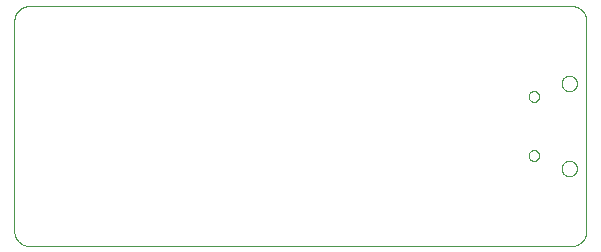
<source format=gbp>
G75*
%MOIN*%
%OFA0B0*%
%FSLAX25Y25*%
%IPPOS*%
%LPD*%
%AMOC8*
5,1,8,0,0,1.08239X$1,22.5*
%
%ADD10C,0.00000*%
D10*
X0010800Y0005800D02*
X0191501Y0005800D01*
X0191641Y0005802D01*
X0191781Y0005808D01*
X0191921Y0005818D01*
X0192061Y0005831D01*
X0192200Y0005849D01*
X0192339Y0005871D01*
X0192476Y0005896D01*
X0192614Y0005925D01*
X0192750Y0005958D01*
X0192885Y0005995D01*
X0193019Y0006036D01*
X0193152Y0006081D01*
X0193284Y0006129D01*
X0193414Y0006181D01*
X0193543Y0006236D01*
X0193670Y0006295D01*
X0193796Y0006358D01*
X0193920Y0006424D01*
X0194041Y0006493D01*
X0194161Y0006566D01*
X0194279Y0006643D01*
X0194394Y0006722D01*
X0194508Y0006805D01*
X0194618Y0006891D01*
X0194727Y0006980D01*
X0194833Y0007072D01*
X0194936Y0007167D01*
X0195037Y0007264D01*
X0195134Y0007365D01*
X0195229Y0007468D01*
X0195321Y0007574D01*
X0195410Y0007683D01*
X0195496Y0007793D01*
X0195579Y0007907D01*
X0195658Y0008022D01*
X0195735Y0008140D01*
X0195808Y0008260D01*
X0195877Y0008381D01*
X0195943Y0008505D01*
X0196006Y0008631D01*
X0196065Y0008758D01*
X0196120Y0008887D01*
X0196172Y0009017D01*
X0196220Y0009149D01*
X0196265Y0009282D01*
X0196306Y0009416D01*
X0196343Y0009551D01*
X0196376Y0009687D01*
X0196405Y0009825D01*
X0196430Y0009962D01*
X0196452Y0010101D01*
X0196470Y0010240D01*
X0196483Y0010380D01*
X0196493Y0010520D01*
X0196499Y0010660D01*
X0196501Y0010800D01*
X0196501Y0080761D01*
X0196499Y0080901D01*
X0196493Y0081041D01*
X0196483Y0081181D01*
X0196470Y0081321D01*
X0196452Y0081460D01*
X0196430Y0081599D01*
X0196405Y0081736D01*
X0196376Y0081874D01*
X0196343Y0082010D01*
X0196306Y0082145D01*
X0196265Y0082279D01*
X0196220Y0082412D01*
X0196172Y0082544D01*
X0196120Y0082674D01*
X0196065Y0082803D01*
X0196006Y0082930D01*
X0195943Y0083056D01*
X0195877Y0083180D01*
X0195808Y0083301D01*
X0195735Y0083421D01*
X0195658Y0083539D01*
X0195579Y0083654D01*
X0195496Y0083768D01*
X0195410Y0083878D01*
X0195321Y0083987D01*
X0195229Y0084093D01*
X0195134Y0084196D01*
X0195037Y0084297D01*
X0194936Y0084394D01*
X0194833Y0084489D01*
X0194727Y0084581D01*
X0194618Y0084670D01*
X0194508Y0084756D01*
X0194394Y0084839D01*
X0194279Y0084918D01*
X0194161Y0084995D01*
X0194041Y0085068D01*
X0193920Y0085137D01*
X0193796Y0085203D01*
X0193670Y0085266D01*
X0193543Y0085325D01*
X0193414Y0085380D01*
X0193284Y0085432D01*
X0193152Y0085480D01*
X0193019Y0085525D01*
X0192885Y0085566D01*
X0192750Y0085603D01*
X0192614Y0085636D01*
X0192476Y0085665D01*
X0192339Y0085690D01*
X0192200Y0085712D01*
X0192061Y0085730D01*
X0191921Y0085743D01*
X0191781Y0085753D01*
X0191641Y0085759D01*
X0191501Y0085761D01*
X0010800Y0085761D01*
X0010660Y0085759D01*
X0010520Y0085753D01*
X0010380Y0085743D01*
X0010240Y0085730D01*
X0010101Y0085712D01*
X0009962Y0085690D01*
X0009825Y0085665D01*
X0009687Y0085636D01*
X0009551Y0085603D01*
X0009416Y0085566D01*
X0009282Y0085525D01*
X0009149Y0085480D01*
X0009017Y0085432D01*
X0008887Y0085380D01*
X0008758Y0085325D01*
X0008631Y0085266D01*
X0008505Y0085203D01*
X0008381Y0085137D01*
X0008260Y0085068D01*
X0008140Y0084995D01*
X0008022Y0084918D01*
X0007907Y0084839D01*
X0007793Y0084756D01*
X0007683Y0084670D01*
X0007574Y0084581D01*
X0007468Y0084489D01*
X0007365Y0084394D01*
X0007264Y0084297D01*
X0007167Y0084196D01*
X0007072Y0084093D01*
X0006980Y0083987D01*
X0006891Y0083878D01*
X0006805Y0083768D01*
X0006722Y0083654D01*
X0006643Y0083539D01*
X0006566Y0083421D01*
X0006493Y0083301D01*
X0006424Y0083180D01*
X0006358Y0083056D01*
X0006295Y0082930D01*
X0006236Y0082803D01*
X0006181Y0082674D01*
X0006129Y0082544D01*
X0006081Y0082412D01*
X0006036Y0082279D01*
X0005995Y0082145D01*
X0005958Y0082010D01*
X0005925Y0081874D01*
X0005896Y0081736D01*
X0005871Y0081599D01*
X0005849Y0081460D01*
X0005831Y0081321D01*
X0005818Y0081181D01*
X0005808Y0081041D01*
X0005802Y0080901D01*
X0005800Y0080761D01*
X0005800Y0010800D01*
X0005802Y0010660D01*
X0005808Y0010520D01*
X0005818Y0010380D01*
X0005831Y0010240D01*
X0005849Y0010101D01*
X0005871Y0009962D01*
X0005896Y0009825D01*
X0005925Y0009687D01*
X0005958Y0009551D01*
X0005995Y0009416D01*
X0006036Y0009282D01*
X0006081Y0009149D01*
X0006129Y0009017D01*
X0006181Y0008887D01*
X0006236Y0008758D01*
X0006295Y0008631D01*
X0006358Y0008505D01*
X0006424Y0008381D01*
X0006493Y0008260D01*
X0006566Y0008140D01*
X0006643Y0008022D01*
X0006722Y0007907D01*
X0006805Y0007793D01*
X0006891Y0007683D01*
X0006980Y0007574D01*
X0007072Y0007468D01*
X0007167Y0007365D01*
X0007264Y0007264D01*
X0007365Y0007167D01*
X0007468Y0007072D01*
X0007574Y0006980D01*
X0007683Y0006891D01*
X0007793Y0006805D01*
X0007907Y0006722D01*
X0008022Y0006643D01*
X0008140Y0006566D01*
X0008260Y0006493D01*
X0008381Y0006424D01*
X0008505Y0006358D01*
X0008631Y0006295D01*
X0008758Y0006236D01*
X0008887Y0006181D01*
X0009017Y0006129D01*
X0009149Y0006081D01*
X0009282Y0006036D01*
X0009416Y0005995D01*
X0009551Y0005958D01*
X0009687Y0005925D01*
X0009825Y0005896D01*
X0009962Y0005871D01*
X0010101Y0005849D01*
X0010240Y0005831D01*
X0010380Y0005818D01*
X0010520Y0005808D01*
X0010660Y0005802D01*
X0010800Y0005800D01*
X0177217Y0035957D02*
X0177219Y0036041D01*
X0177225Y0036124D01*
X0177235Y0036207D01*
X0177249Y0036290D01*
X0177266Y0036372D01*
X0177288Y0036453D01*
X0177313Y0036532D01*
X0177342Y0036611D01*
X0177375Y0036688D01*
X0177411Y0036763D01*
X0177451Y0036837D01*
X0177494Y0036909D01*
X0177541Y0036978D01*
X0177591Y0037045D01*
X0177644Y0037110D01*
X0177700Y0037172D01*
X0177758Y0037232D01*
X0177820Y0037289D01*
X0177884Y0037342D01*
X0177951Y0037393D01*
X0178020Y0037440D01*
X0178091Y0037485D01*
X0178164Y0037525D01*
X0178239Y0037562D01*
X0178316Y0037596D01*
X0178394Y0037626D01*
X0178473Y0037652D01*
X0178554Y0037675D01*
X0178636Y0037693D01*
X0178718Y0037708D01*
X0178801Y0037719D01*
X0178884Y0037726D01*
X0178968Y0037729D01*
X0179052Y0037728D01*
X0179135Y0037723D01*
X0179219Y0037714D01*
X0179301Y0037701D01*
X0179383Y0037685D01*
X0179464Y0037664D01*
X0179545Y0037640D01*
X0179623Y0037612D01*
X0179701Y0037580D01*
X0179777Y0037544D01*
X0179851Y0037505D01*
X0179923Y0037463D01*
X0179993Y0037417D01*
X0180061Y0037368D01*
X0180126Y0037316D01*
X0180189Y0037261D01*
X0180249Y0037203D01*
X0180307Y0037142D01*
X0180361Y0037078D01*
X0180413Y0037012D01*
X0180461Y0036944D01*
X0180506Y0036873D01*
X0180547Y0036800D01*
X0180586Y0036726D01*
X0180620Y0036650D01*
X0180651Y0036572D01*
X0180678Y0036493D01*
X0180702Y0036412D01*
X0180721Y0036331D01*
X0180737Y0036249D01*
X0180749Y0036166D01*
X0180757Y0036082D01*
X0180761Y0035999D01*
X0180761Y0035915D01*
X0180757Y0035832D01*
X0180749Y0035748D01*
X0180737Y0035665D01*
X0180721Y0035583D01*
X0180702Y0035502D01*
X0180678Y0035421D01*
X0180651Y0035342D01*
X0180620Y0035264D01*
X0180586Y0035188D01*
X0180547Y0035114D01*
X0180506Y0035041D01*
X0180461Y0034970D01*
X0180413Y0034902D01*
X0180361Y0034836D01*
X0180307Y0034772D01*
X0180249Y0034711D01*
X0180189Y0034653D01*
X0180126Y0034598D01*
X0180061Y0034546D01*
X0179993Y0034497D01*
X0179923Y0034451D01*
X0179851Y0034409D01*
X0179777Y0034370D01*
X0179701Y0034334D01*
X0179623Y0034302D01*
X0179545Y0034274D01*
X0179464Y0034250D01*
X0179383Y0034229D01*
X0179301Y0034213D01*
X0179219Y0034200D01*
X0179135Y0034191D01*
X0179052Y0034186D01*
X0178968Y0034185D01*
X0178884Y0034188D01*
X0178801Y0034195D01*
X0178718Y0034206D01*
X0178636Y0034221D01*
X0178554Y0034239D01*
X0178473Y0034262D01*
X0178394Y0034288D01*
X0178316Y0034318D01*
X0178239Y0034352D01*
X0178164Y0034389D01*
X0178091Y0034429D01*
X0178020Y0034474D01*
X0177951Y0034521D01*
X0177884Y0034572D01*
X0177820Y0034625D01*
X0177758Y0034682D01*
X0177700Y0034742D01*
X0177644Y0034804D01*
X0177591Y0034869D01*
X0177541Y0034936D01*
X0177494Y0035005D01*
X0177451Y0035077D01*
X0177411Y0035151D01*
X0177375Y0035226D01*
X0177342Y0035303D01*
X0177313Y0035382D01*
X0177288Y0035461D01*
X0177266Y0035542D01*
X0177249Y0035624D01*
X0177235Y0035707D01*
X0177225Y0035790D01*
X0177219Y0035873D01*
X0177217Y0035957D01*
X0188241Y0031627D02*
X0188243Y0031728D01*
X0188249Y0031829D01*
X0188259Y0031930D01*
X0188273Y0032030D01*
X0188291Y0032129D01*
X0188313Y0032228D01*
X0188338Y0032326D01*
X0188368Y0032423D01*
X0188401Y0032518D01*
X0188438Y0032612D01*
X0188479Y0032705D01*
X0188523Y0032796D01*
X0188571Y0032885D01*
X0188623Y0032972D01*
X0188678Y0033057D01*
X0188736Y0033139D01*
X0188797Y0033220D01*
X0188862Y0033298D01*
X0188929Y0033373D01*
X0188999Y0033445D01*
X0189073Y0033515D01*
X0189149Y0033582D01*
X0189227Y0033646D01*
X0189308Y0033706D01*
X0189391Y0033763D01*
X0189477Y0033817D01*
X0189565Y0033868D01*
X0189654Y0033915D01*
X0189745Y0033959D01*
X0189838Y0033998D01*
X0189933Y0034035D01*
X0190028Y0034067D01*
X0190125Y0034096D01*
X0190224Y0034120D01*
X0190322Y0034141D01*
X0190422Y0034158D01*
X0190522Y0034171D01*
X0190623Y0034180D01*
X0190724Y0034185D01*
X0190825Y0034186D01*
X0190926Y0034183D01*
X0191027Y0034176D01*
X0191128Y0034165D01*
X0191228Y0034150D01*
X0191327Y0034131D01*
X0191426Y0034108D01*
X0191523Y0034082D01*
X0191620Y0034051D01*
X0191715Y0034017D01*
X0191808Y0033979D01*
X0191901Y0033937D01*
X0191991Y0033892D01*
X0192080Y0033843D01*
X0192166Y0033791D01*
X0192250Y0033735D01*
X0192333Y0033676D01*
X0192412Y0033614D01*
X0192490Y0033549D01*
X0192564Y0033481D01*
X0192636Y0033409D01*
X0192705Y0033336D01*
X0192771Y0033259D01*
X0192834Y0033180D01*
X0192894Y0033098D01*
X0192950Y0033014D01*
X0193003Y0032928D01*
X0193053Y0032840D01*
X0193099Y0032750D01*
X0193142Y0032659D01*
X0193181Y0032565D01*
X0193216Y0032470D01*
X0193247Y0032374D01*
X0193275Y0032277D01*
X0193299Y0032179D01*
X0193319Y0032080D01*
X0193335Y0031980D01*
X0193347Y0031879D01*
X0193355Y0031779D01*
X0193359Y0031678D01*
X0193359Y0031576D01*
X0193355Y0031475D01*
X0193347Y0031375D01*
X0193335Y0031274D01*
X0193319Y0031174D01*
X0193299Y0031075D01*
X0193275Y0030977D01*
X0193247Y0030880D01*
X0193216Y0030784D01*
X0193181Y0030689D01*
X0193142Y0030595D01*
X0193099Y0030504D01*
X0193053Y0030414D01*
X0193003Y0030326D01*
X0192950Y0030240D01*
X0192894Y0030156D01*
X0192834Y0030074D01*
X0192771Y0029995D01*
X0192705Y0029918D01*
X0192636Y0029845D01*
X0192564Y0029773D01*
X0192490Y0029705D01*
X0192412Y0029640D01*
X0192333Y0029578D01*
X0192250Y0029519D01*
X0192166Y0029463D01*
X0192079Y0029411D01*
X0191991Y0029362D01*
X0191901Y0029317D01*
X0191808Y0029275D01*
X0191715Y0029237D01*
X0191620Y0029203D01*
X0191523Y0029172D01*
X0191426Y0029146D01*
X0191327Y0029123D01*
X0191228Y0029104D01*
X0191128Y0029089D01*
X0191027Y0029078D01*
X0190926Y0029071D01*
X0190825Y0029068D01*
X0190724Y0029069D01*
X0190623Y0029074D01*
X0190522Y0029083D01*
X0190422Y0029096D01*
X0190322Y0029113D01*
X0190224Y0029134D01*
X0190125Y0029158D01*
X0190028Y0029187D01*
X0189933Y0029219D01*
X0189838Y0029256D01*
X0189745Y0029295D01*
X0189654Y0029339D01*
X0189565Y0029386D01*
X0189477Y0029437D01*
X0189391Y0029491D01*
X0189308Y0029548D01*
X0189227Y0029608D01*
X0189149Y0029672D01*
X0189073Y0029739D01*
X0188999Y0029809D01*
X0188929Y0029881D01*
X0188862Y0029956D01*
X0188797Y0030034D01*
X0188736Y0030115D01*
X0188678Y0030197D01*
X0188623Y0030282D01*
X0188571Y0030369D01*
X0188523Y0030458D01*
X0188479Y0030549D01*
X0188438Y0030642D01*
X0188401Y0030736D01*
X0188368Y0030831D01*
X0188338Y0030928D01*
X0188313Y0031026D01*
X0188291Y0031125D01*
X0188273Y0031224D01*
X0188259Y0031324D01*
X0188249Y0031425D01*
X0188243Y0031526D01*
X0188241Y0031627D01*
X0177217Y0055643D02*
X0177219Y0055727D01*
X0177225Y0055810D01*
X0177235Y0055893D01*
X0177249Y0055976D01*
X0177266Y0056058D01*
X0177288Y0056139D01*
X0177313Y0056218D01*
X0177342Y0056297D01*
X0177375Y0056374D01*
X0177411Y0056449D01*
X0177451Y0056523D01*
X0177494Y0056595D01*
X0177541Y0056664D01*
X0177591Y0056731D01*
X0177644Y0056796D01*
X0177700Y0056858D01*
X0177758Y0056918D01*
X0177820Y0056975D01*
X0177884Y0057028D01*
X0177951Y0057079D01*
X0178020Y0057126D01*
X0178091Y0057171D01*
X0178164Y0057211D01*
X0178239Y0057248D01*
X0178316Y0057282D01*
X0178394Y0057312D01*
X0178473Y0057338D01*
X0178554Y0057361D01*
X0178636Y0057379D01*
X0178718Y0057394D01*
X0178801Y0057405D01*
X0178884Y0057412D01*
X0178968Y0057415D01*
X0179052Y0057414D01*
X0179135Y0057409D01*
X0179219Y0057400D01*
X0179301Y0057387D01*
X0179383Y0057371D01*
X0179464Y0057350D01*
X0179545Y0057326D01*
X0179623Y0057298D01*
X0179701Y0057266D01*
X0179777Y0057230D01*
X0179851Y0057191D01*
X0179923Y0057149D01*
X0179993Y0057103D01*
X0180061Y0057054D01*
X0180126Y0057002D01*
X0180189Y0056947D01*
X0180249Y0056889D01*
X0180307Y0056828D01*
X0180361Y0056764D01*
X0180413Y0056698D01*
X0180461Y0056630D01*
X0180506Y0056559D01*
X0180547Y0056486D01*
X0180586Y0056412D01*
X0180620Y0056336D01*
X0180651Y0056258D01*
X0180678Y0056179D01*
X0180702Y0056098D01*
X0180721Y0056017D01*
X0180737Y0055935D01*
X0180749Y0055852D01*
X0180757Y0055768D01*
X0180761Y0055685D01*
X0180761Y0055601D01*
X0180757Y0055518D01*
X0180749Y0055434D01*
X0180737Y0055351D01*
X0180721Y0055269D01*
X0180702Y0055188D01*
X0180678Y0055107D01*
X0180651Y0055028D01*
X0180620Y0054950D01*
X0180586Y0054874D01*
X0180547Y0054800D01*
X0180506Y0054727D01*
X0180461Y0054656D01*
X0180413Y0054588D01*
X0180361Y0054522D01*
X0180307Y0054458D01*
X0180249Y0054397D01*
X0180189Y0054339D01*
X0180126Y0054284D01*
X0180061Y0054232D01*
X0179993Y0054183D01*
X0179923Y0054137D01*
X0179851Y0054095D01*
X0179777Y0054056D01*
X0179701Y0054020D01*
X0179623Y0053988D01*
X0179545Y0053960D01*
X0179464Y0053936D01*
X0179383Y0053915D01*
X0179301Y0053899D01*
X0179219Y0053886D01*
X0179135Y0053877D01*
X0179052Y0053872D01*
X0178968Y0053871D01*
X0178884Y0053874D01*
X0178801Y0053881D01*
X0178718Y0053892D01*
X0178636Y0053907D01*
X0178554Y0053925D01*
X0178473Y0053948D01*
X0178394Y0053974D01*
X0178316Y0054004D01*
X0178239Y0054038D01*
X0178164Y0054075D01*
X0178091Y0054115D01*
X0178020Y0054160D01*
X0177951Y0054207D01*
X0177884Y0054258D01*
X0177820Y0054311D01*
X0177758Y0054368D01*
X0177700Y0054428D01*
X0177644Y0054490D01*
X0177591Y0054555D01*
X0177541Y0054622D01*
X0177494Y0054691D01*
X0177451Y0054763D01*
X0177411Y0054837D01*
X0177375Y0054912D01*
X0177342Y0054989D01*
X0177313Y0055068D01*
X0177288Y0055147D01*
X0177266Y0055228D01*
X0177249Y0055310D01*
X0177235Y0055393D01*
X0177225Y0055476D01*
X0177219Y0055559D01*
X0177217Y0055643D01*
X0188241Y0059973D02*
X0188243Y0060074D01*
X0188249Y0060175D01*
X0188259Y0060276D01*
X0188273Y0060376D01*
X0188291Y0060475D01*
X0188313Y0060574D01*
X0188338Y0060672D01*
X0188368Y0060769D01*
X0188401Y0060864D01*
X0188438Y0060958D01*
X0188479Y0061051D01*
X0188523Y0061142D01*
X0188571Y0061231D01*
X0188623Y0061318D01*
X0188678Y0061403D01*
X0188736Y0061485D01*
X0188797Y0061566D01*
X0188862Y0061644D01*
X0188929Y0061719D01*
X0188999Y0061791D01*
X0189073Y0061861D01*
X0189149Y0061928D01*
X0189227Y0061992D01*
X0189308Y0062052D01*
X0189391Y0062109D01*
X0189477Y0062163D01*
X0189565Y0062214D01*
X0189654Y0062261D01*
X0189745Y0062305D01*
X0189838Y0062344D01*
X0189933Y0062381D01*
X0190028Y0062413D01*
X0190125Y0062442D01*
X0190224Y0062466D01*
X0190322Y0062487D01*
X0190422Y0062504D01*
X0190522Y0062517D01*
X0190623Y0062526D01*
X0190724Y0062531D01*
X0190825Y0062532D01*
X0190926Y0062529D01*
X0191027Y0062522D01*
X0191128Y0062511D01*
X0191228Y0062496D01*
X0191327Y0062477D01*
X0191426Y0062454D01*
X0191523Y0062428D01*
X0191620Y0062397D01*
X0191715Y0062363D01*
X0191808Y0062325D01*
X0191901Y0062283D01*
X0191991Y0062238D01*
X0192080Y0062189D01*
X0192166Y0062137D01*
X0192250Y0062081D01*
X0192333Y0062022D01*
X0192412Y0061960D01*
X0192490Y0061895D01*
X0192564Y0061827D01*
X0192636Y0061755D01*
X0192705Y0061682D01*
X0192771Y0061605D01*
X0192834Y0061526D01*
X0192894Y0061444D01*
X0192950Y0061360D01*
X0193003Y0061274D01*
X0193053Y0061186D01*
X0193099Y0061096D01*
X0193142Y0061005D01*
X0193181Y0060911D01*
X0193216Y0060816D01*
X0193247Y0060720D01*
X0193275Y0060623D01*
X0193299Y0060525D01*
X0193319Y0060426D01*
X0193335Y0060326D01*
X0193347Y0060225D01*
X0193355Y0060125D01*
X0193359Y0060024D01*
X0193359Y0059922D01*
X0193355Y0059821D01*
X0193347Y0059721D01*
X0193335Y0059620D01*
X0193319Y0059520D01*
X0193299Y0059421D01*
X0193275Y0059323D01*
X0193247Y0059226D01*
X0193216Y0059130D01*
X0193181Y0059035D01*
X0193142Y0058941D01*
X0193099Y0058850D01*
X0193053Y0058760D01*
X0193003Y0058672D01*
X0192950Y0058586D01*
X0192894Y0058502D01*
X0192834Y0058420D01*
X0192771Y0058341D01*
X0192705Y0058264D01*
X0192636Y0058191D01*
X0192564Y0058119D01*
X0192490Y0058051D01*
X0192412Y0057986D01*
X0192333Y0057924D01*
X0192250Y0057865D01*
X0192166Y0057809D01*
X0192079Y0057757D01*
X0191991Y0057708D01*
X0191901Y0057663D01*
X0191808Y0057621D01*
X0191715Y0057583D01*
X0191620Y0057549D01*
X0191523Y0057518D01*
X0191426Y0057492D01*
X0191327Y0057469D01*
X0191228Y0057450D01*
X0191128Y0057435D01*
X0191027Y0057424D01*
X0190926Y0057417D01*
X0190825Y0057414D01*
X0190724Y0057415D01*
X0190623Y0057420D01*
X0190522Y0057429D01*
X0190422Y0057442D01*
X0190322Y0057459D01*
X0190224Y0057480D01*
X0190125Y0057504D01*
X0190028Y0057533D01*
X0189933Y0057565D01*
X0189838Y0057602D01*
X0189745Y0057641D01*
X0189654Y0057685D01*
X0189565Y0057732D01*
X0189477Y0057783D01*
X0189391Y0057837D01*
X0189308Y0057894D01*
X0189227Y0057954D01*
X0189149Y0058018D01*
X0189073Y0058085D01*
X0188999Y0058155D01*
X0188929Y0058227D01*
X0188862Y0058302D01*
X0188797Y0058380D01*
X0188736Y0058461D01*
X0188678Y0058543D01*
X0188623Y0058628D01*
X0188571Y0058715D01*
X0188523Y0058804D01*
X0188479Y0058895D01*
X0188438Y0058988D01*
X0188401Y0059082D01*
X0188368Y0059177D01*
X0188338Y0059274D01*
X0188313Y0059372D01*
X0188291Y0059471D01*
X0188273Y0059570D01*
X0188259Y0059670D01*
X0188249Y0059771D01*
X0188243Y0059872D01*
X0188241Y0059973D01*
M02*

</source>
